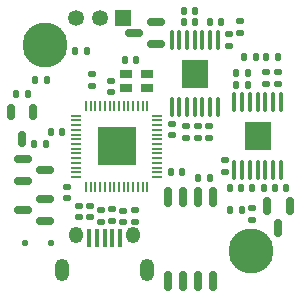
<source format=gbr>
%TF.GenerationSoftware,KiCad,Pcbnew,9.0.5*%
%TF.CreationDate,2025-12-03T22:00:20-08:00*%
%TF.ProjectId,camcontrol,63616d63-6f6e-4747-926f-6c2e6b696361,rev?*%
%TF.SameCoordinates,Original*%
%TF.FileFunction,Soldermask,Top*%
%TF.FilePolarity,Negative*%
%FSLAX46Y46*%
G04 Gerber Fmt 4.6, Leading zero omitted, Abs format (unit mm)*
G04 Created by KiCad (PCBNEW 9.0.5) date 2025-12-03 22:00:20*
%MOMM*%
%LPD*%
G01*
G04 APERTURE LIST*
G04 Aperture macros list*
%AMRoundRect*
0 Rectangle with rounded corners*
0 $1 Rounding radius*
0 $2 $3 $4 $5 $6 $7 $8 $9 X,Y pos of 4 corners*
0 Add a 4 corners polygon primitive as box body*
4,1,4,$2,$3,$4,$5,$6,$7,$8,$9,$2,$3,0*
0 Add four circle primitives for the rounded corners*
1,1,$1+$1,$2,$3*
1,1,$1+$1,$4,$5*
1,1,$1+$1,$6,$7*
1,1,$1+$1,$8,$9*
0 Add four rect primitives between the rounded corners*
20,1,$1+$1,$2,$3,$4,$5,0*
20,1,$1+$1,$4,$5,$6,$7,0*
20,1,$1+$1,$6,$7,$8,$9,0*
20,1,$1+$1,$8,$9,$2,$3,0*%
G04 Aperture macros list end*
%ADD10RoundRect,0.135000X0.135000X0.185000X-0.135000X0.185000X-0.135000X-0.185000X0.135000X-0.185000X0*%
%ADD11RoundRect,0.150000X0.587500X0.150000X-0.587500X0.150000X-0.587500X-0.150000X0.587500X-0.150000X0*%
%ADD12RoundRect,0.150000X-0.150000X0.587500X-0.150000X-0.587500X0.150000X-0.587500X0.150000X0.587500X0*%
%ADD13RoundRect,0.135000X-0.185000X0.135000X-0.185000X-0.135000X0.185000X-0.135000X0.185000X0.135000X0*%
%ADD14R,1.350000X1.350000*%
%ADD15C,1.350000*%
%ADD16RoundRect,0.135000X0.185000X-0.135000X0.185000X0.135000X-0.185000X0.135000X-0.185000X-0.135000X0*%
%ADD17RoundRect,0.140000X-0.170000X0.140000X-0.170000X-0.140000X0.170000X-0.140000X0.170000X0.140000X0*%
%ADD18RoundRect,0.140000X0.170000X-0.140000X0.170000X0.140000X-0.170000X0.140000X-0.170000X-0.140000X0*%
%ADD19O,1.200000X1.900000*%
%ADD20O,1.200000X1.400000*%
%ADD21R,0.400000X1.600000*%
%ADD22RoundRect,0.140000X0.140000X0.170000X-0.140000X0.170000X-0.140000X-0.170000X0.140000X-0.170000X0*%
%ADD23RoundRect,0.135000X-0.135000X-0.185000X0.135000X-0.185000X0.135000X0.185000X-0.135000X0.185000X0*%
%ADD24R,3.200000X3.200000*%
%ADD25RoundRect,0.050000X0.050000X0.387500X-0.050000X0.387500X-0.050000X-0.387500X0.050000X-0.387500X0*%
%ADD26RoundRect,0.050000X0.387500X0.050000X-0.387500X0.050000X-0.387500X-0.050000X0.387500X-0.050000X0*%
%ADD27R,1.000000X0.800000*%
%ADD28RoundRect,0.162500X0.162500X-0.650000X0.162500X0.650000X-0.162500X0.650000X-0.162500X-0.650000X0*%
%ADD29C,3.800000*%
%ADD30RoundRect,0.140000X-0.140000X-0.170000X0.140000X-0.170000X0.140000X0.170000X-0.140000X0.170000X0*%
%ADD31RoundRect,0.150000X-0.587500X-0.150000X0.587500X-0.150000X0.587500X0.150000X-0.587500X0.150000X0*%
%ADD32R,2.310000X2.460000*%
%ADD33O,0.340000X1.730000*%
%ADD34RoundRect,0.150000X-0.150000X0.512500X-0.150000X-0.512500X0.150000X-0.512500X0.150000X0.512500X0*%
%ADD35RoundRect,0.125000X-0.125000X-0.125000X0.125000X-0.125000X0.125000X0.125000X-0.125000X0.125000X0*%
G04 APERTURE END LIST*
D10*
%TO.C,R8*%
X20813600Y-5039600D03*
X21833600Y-5039600D03*
%TD*%
%TO.C,R7*%
X23738600Y-5039600D03*
X22718600Y-5039600D03*
%TD*%
D11*
%TO.C,Q4*%
X13384300Y-3912800D03*
X13384300Y-2012800D03*
X11509300Y-2962800D03*
%TD*%
D12*
%TO.C,Q2*%
X23759200Y-19451800D03*
X22809200Y-17576800D03*
X24709200Y-17576800D03*
%TD*%
D13*
%TO.C,R6*%
X7946800Y-6452800D03*
X7946800Y-7472800D03*
%TD*%
D14*
%TO.C,J8*%
X10646800Y-1662800D03*
D15*
X8646800Y-1662800D03*
X6646800Y-1662800D03*
%TD*%
D16*
%TO.C,R4*%
X9696800Y-18885300D03*
X9696800Y-17865300D03*
%TD*%
D17*
%TO.C,C19*%
X5842000Y-16939200D03*
X5842000Y-15979200D03*
%TD*%
%TO.C,C15*%
X6848500Y-18562400D03*
X6848500Y-17602400D03*
%TD*%
D18*
%TO.C,C22*%
X9601200Y-7038400D03*
X9601200Y-7998400D03*
%TD*%
D13*
%TO.C,R5*%
X8746800Y-18935300D03*
X8746800Y-17915300D03*
%TD*%
D18*
%TO.C,C17*%
X14746800Y-10670300D03*
X14746800Y-11630300D03*
%TD*%
D19*
%TO.C,J2*%
X12646800Y-23010300D03*
X5446800Y-23010300D03*
D20*
X6626800Y-20110300D03*
X11466800Y-20110300D03*
D21*
X10346800Y-20350300D03*
X9696800Y-20360300D03*
X9046800Y-20360300D03*
X8396800Y-20360300D03*
X7746800Y-20360300D03*
%TD*%
D22*
%TO.C,C20*%
X4466800Y-11362800D03*
X5426800Y-11362800D03*
%TD*%
D17*
%TO.C,C10*%
X11607800Y-18945800D03*
X11607800Y-17985800D03*
%TD*%
D23*
%TO.C,R3*%
X17936400Y-15214600D03*
X16916400Y-15214600D03*
%TD*%
D24*
%TO.C,U6*%
X10068000Y-12564500D03*
D25*
X12668000Y-16002000D03*
X12268000Y-16002000D03*
X11868000Y-16002000D03*
X11468000Y-16002000D03*
X11068000Y-16002000D03*
X10668000Y-16002000D03*
X10268000Y-16002000D03*
X9868000Y-16002000D03*
X9468000Y-16002000D03*
X9068000Y-16002000D03*
X8668000Y-16002000D03*
X8268000Y-16002000D03*
X7868000Y-16002000D03*
X7468000Y-16002000D03*
D26*
X6630500Y-15164500D03*
X6630500Y-14764500D03*
X6630500Y-14364500D03*
X6630500Y-13964500D03*
X6630500Y-13564500D03*
X6630500Y-13164500D03*
X6630500Y-12764500D03*
X6630500Y-12364500D03*
X6630500Y-11964500D03*
X6630500Y-11564500D03*
X6630500Y-11164500D03*
X6630500Y-10764500D03*
X6630500Y-10364500D03*
X6630500Y-9964500D03*
D25*
X7468000Y-9127000D03*
X7868000Y-9127000D03*
X8268000Y-9127000D03*
X8668000Y-9127000D03*
X9068000Y-9127000D03*
X9468000Y-9127000D03*
X9868000Y-9127000D03*
X10268000Y-9127000D03*
X10668000Y-9127000D03*
X11068000Y-9127000D03*
X11468000Y-9127000D03*
X11868000Y-9127000D03*
X12268000Y-9127000D03*
X12668000Y-9127000D03*
D26*
X13505500Y-9964500D03*
X13505500Y-10364500D03*
X13505500Y-10764500D03*
X13505500Y-11164500D03*
X13505500Y-11564500D03*
X13505500Y-11964500D03*
X13505500Y-12364500D03*
X13505500Y-12764500D03*
X13505500Y-13164500D03*
X13505500Y-13564500D03*
X13505500Y-13964500D03*
X13505500Y-14364500D03*
X13505500Y-14764500D03*
X13505500Y-15164500D03*
%TD*%
D27*
%TO.C,X1*%
X12634800Y-7610400D03*
X10834800Y-7610400D03*
X10834800Y-6410400D03*
X12634800Y-6410400D03*
%TD*%
D28*
%TO.C,U5*%
X14401800Y-16814800D03*
X15671800Y-16814800D03*
X16941800Y-16814800D03*
X18211800Y-16814800D03*
X18211800Y-23989800D03*
X16941800Y-23989800D03*
X15671800Y-23989800D03*
X14401800Y-23989800D03*
%TD*%
D29*
%TO.C,H2*%
X21400000Y-21400000D03*
%TD*%
D22*
%TO.C,C14*%
X10746800Y-5257800D03*
X11706800Y-5257800D03*
%TD*%
D10*
%TO.C,R9*%
X4142200Y-6908800D03*
X3122200Y-6908800D03*
%TD*%
D17*
%TO.C,C18*%
X10617200Y-18971200D03*
X10617200Y-18011200D03*
%TD*%
%TO.C,C13*%
X7796800Y-18542800D03*
X7796800Y-17582800D03*
%TD*%
D30*
%TO.C,C21*%
X15626800Y-14762800D03*
X14666800Y-14762800D03*
%TD*%
D31*
%TO.C,Q1*%
X3984300Y-14562800D03*
X2109300Y-15512800D03*
X2109300Y-13612800D03*
%TD*%
D30*
%TO.C,C6*%
X2526800Y-8162800D03*
X1566800Y-8162800D03*
%TD*%
D10*
%TO.C,R24*%
X20652200Y-17983200D03*
X19632200Y-17983200D03*
%TD*%
D16*
%TO.C,R23*%
X21539200Y-18823400D03*
X21539200Y-17803400D03*
%TD*%
D23*
%TO.C,R11*%
X20190600Y-6389600D03*
X21210600Y-6389600D03*
%TD*%
D13*
%TO.C,R17*%
X23694400Y-6290200D03*
X23694400Y-7310200D03*
%TD*%
D30*
%TO.C,C4*%
X15766800Y-2062800D03*
X16726800Y-2062800D03*
%TD*%
D16*
%TO.C,R14*%
X17881600Y-11838400D03*
X17881600Y-10818400D03*
%TD*%
D13*
%TO.C,R18*%
X22729200Y-6290200D03*
X22729200Y-7310200D03*
%TD*%
D10*
%TO.C,R1*%
X7571200Y-4495800D03*
X6551200Y-4495800D03*
%TD*%
D30*
%TO.C,C5*%
X4046800Y-12362800D03*
X3086800Y-12362800D03*
%TD*%
D11*
%TO.C,Q3*%
X2109300Y-17962800D03*
X3984300Y-17012800D03*
X3984300Y-18912800D03*
%TD*%
D32*
%TO.C,U2*%
X16662400Y-6400800D03*
D33*
X18612400Y-3530800D03*
X17962400Y-3530800D03*
X17312400Y-3530800D03*
X16662400Y-3530800D03*
X16012400Y-3530800D03*
X15362400Y-3530800D03*
X14712400Y-3530800D03*
X18612400Y-9270800D03*
X17962400Y-9270800D03*
X17312400Y-9270800D03*
X16662400Y-9270800D03*
X16012400Y-9270800D03*
X15362400Y-9270800D03*
X14712400Y-9270800D03*
%TD*%
D23*
%TO.C,R19*%
X20190600Y-7339600D03*
X21210600Y-7339600D03*
%TD*%
D30*
%TO.C,C27*%
X17966800Y-2062800D03*
X18926800Y-2062800D03*
%TD*%
D16*
%TO.C,R15*%
X15976600Y-11863800D03*
X15976600Y-10843800D03*
%TD*%
D22*
%TO.C,C29*%
X21566800Y-16062800D03*
X22526800Y-16062800D03*
%TD*%
D13*
%TO.C,R25*%
X19546800Y-3052800D03*
X19546800Y-4072800D03*
%TD*%
D29*
%TO.C,H1*%
X4000000Y-4000000D03*
%TD*%
D30*
%TO.C,C28*%
X24426800Y-16062800D03*
X23466800Y-16062800D03*
%TD*%
D22*
%TO.C,C30*%
X19664800Y-16052800D03*
X20624800Y-16052800D03*
%TD*%
D34*
%TO.C,U4*%
X2046800Y-11900300D03*
X1096800Y-9625300D03*
X2996800Y-9625300D03*
%TD*%
D16*
%TO.C,R16*%
X16941800Y-10843800D03*
X16941800Y-11863800D03*
%TD*%
D30*
%TO.C,C26*%
X15766800Y-1062800D03*
X16726800Y-1062800D03*
%TD*%
D16*
%TO.C,R12*%
X20546800Y-2982800D03*
X20546800Y-1962800D03*
%TD*%
D13*
%TO.C,R21*%
X19246800Y-13752800D03*
X19246800Y-14772800D03*
%TD*%
D32*
%TO.C,U7*%
X21992600Y-11702400D03*
D33*
X20042600Y-14572400D03*
X20692600Y-14572400D03*
X21342600Y-14572400D03*
X21992600Y-14572400D03*
X22642600Y-14572400D03*
X23292600Y-14572400D03*
X23942600Y-14572400D03*
X20042600Y-8832400D03*
X20692600Y-8832400D03*
X21342600Y-8832400D03*
X21992600Y-8832400D03*
X22642600Y-8832400D03*
X23292600Y-8832400D03*
X23942600Y-8832400D03*
%TD*%
D35*
%TO.C,D4*%
X4546800Y-20762800D03*
X2346800Y-20762800D03*
%TD*%
M02*

</source>
